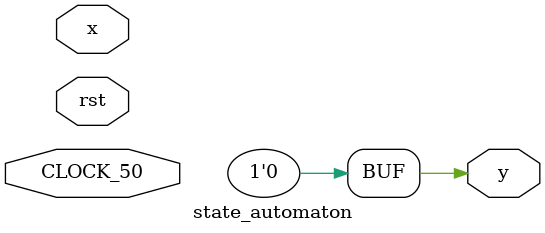
<source format=v>
module state_automaton(input x, rst, CLOCK_50, output y);
parameter [1:0] reset = 0;
reg [1:0] currentState;
parameter state1 = 1, state11 = 2, state110 = 3, state1100 = 4, state11001 = 5, state110011 = 6, state1100110 = 7;

initial begin
	currentState = reset;
end


assign y = (currentState == state1100110);

always@(posedge CLOCK_50) begin
	if (rst)
		currentState = reset;
	else case(currentState)
	reset:
		begin
			if (x == 1'b1) currentState = state1;
			else currentState = reset;
		end
	state1:
		begin
			if (x == 1'b1) currentState = state11;
			else currentState = reset;
		end
	state11:
		begin
			if (x == 1'b0) currentState = state110;
			else currentState = state1;
		end
	state110:
		begin
			if (x == 1'b0) currentState = state1100;
			else currentState = state1;
		end
	state1100:
		begin
			if (x == 1'b1) currentState = state11001;
			else currentState = reset;
		end
	state11001:
		begin
			if (x == 1'b1) currentState = state110011;
			else currentState = reset;
		end
	state110011:
		begin
			if (x == 1'b0) currentState = state1100110;
			else currentState = state1;
		end
	state1100110:
		begin
			if (x == 1'b1) currentState = 1;
			else currentState = reset;
		end
	default currentState = reset;
	endcase
end

endmodule	
	
	
	

</source>
